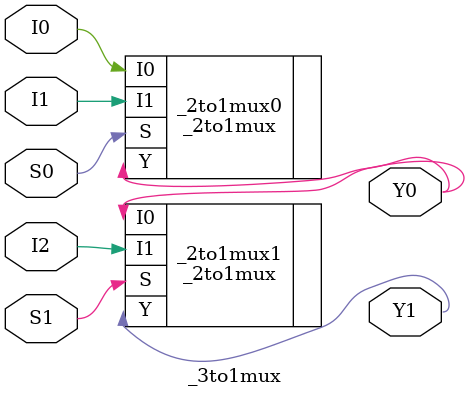
<source format=v>
`timescale 1ns / 1ps


module _3to1mux(
input S0,S1,I0,I1,I2,
output Y0,Y1
    );
    
_2to1mux _2to1mux0(.S(S0),.I0(I0),.I1(I1),.Y(Y0));
_2to1mux _2to1mux1(.S(S1),.I0(Y0),.I1(I2),.Y(Y1));
endmodule

</source>
